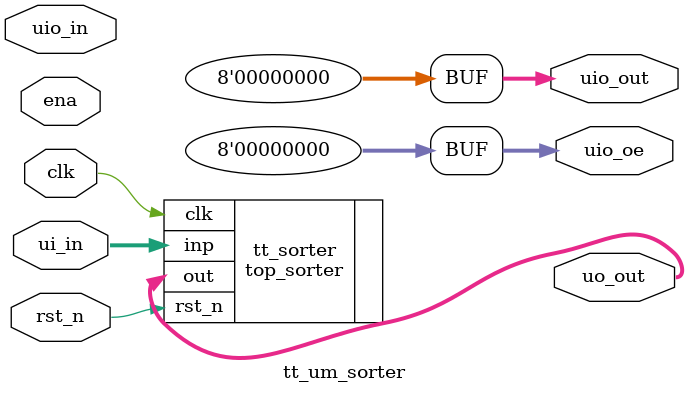
<source format=v>
module tt_um_sorter (
    input  wire [7:0] ui_in,    // Dedicated inputs
    output wire [7:0] uo_out,   // Dedicated outputs
    input  wire [7:0] uio_in,   // IOs: Input path
    output wire [7:0] uio_out,  // IOs: Output path
    output wire [7:0] uio_oe,   // IOs: Enable path (active high: 0=input, 1=output)
    input  wire       ena,
    input  wire       clk,
    input  wire       rst_n
);

assign uio_oe = 0;
assign uio_out= 0;

wire [7:0] led;

top_sorter tt_sorter(.clk(clk),
                     .rst_n(rst_n),
                     .inp(ui_in),
                     .out(uo_out));

endmodule
</source>
